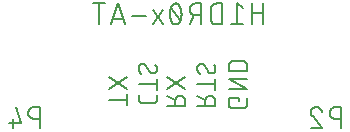
<source format=gbr>
G04 EAGLE Gerber RS-274X export*
G75*
%MOMM*%
%FSLAX34Y34*%
%LPD*%
%INSilkscreen Bottom*%
%IPPOS*%
%AMOC8*
5,1,8,0,0,1.08239X$1,22.5*%
G01*
%ADD10C,0.127000*%
%ADD11C,0.152400*%


D10*
X226159Y139059D02*
X226159Y141641D01*
X217551Y141641D01*
X217551Y136477D01*
X217553Y136362D01*
X217559Y136247D01*
X217568Y136132D01*
X217582Y136018D01*
X217599Y135904D01*
X217620Y135791D01*
X217645Y135679D01*
X217673Y135567D01*
X217706Y135457D01*
X217742Y135348D01*
X217781Y135240D01*
X217824Y135133D01*
X217871Y135028D01*
X217921Y134924D01*
X217975Y134822D01*
X218032Y134722D01*
X218092Y134624D01*
X218155Y134528D01*
X218222Y134435D01*
X218292Y134343D01*
X218365Y134254D01*
X218440Y134167D01*
X218519Y134083D01*
X218600Y134002D01*
X218684Y133923D01*
X218771Y133848D01*
X218860Y133775D01*
X218952Y133705D01*
X219045Y133638D01*
X219141Y133575D01*
X219239Y133515D01*
X219339Y133458D01*
X219441Y133404D01*
X219545Y133354D01*
X219650Y133307D01*
X219757Y133264D01*
X219865Y133225D01*
X219974Y133189D01*
X220084Y133156D01*
X220196Y133128D01*
X220308Y133103D01*
X220421Y133082D01*
X220535Y133065D01*
X220649Y133051D01*
X220764Y133042D01*
X220879Y133036D01*
X220994Y133034D01*
X229602Y133034D01*
X229717Y133036D01*
X229832Y133042D01*
X229947Y133051D01*
X230061Y133065D01*
X230175Y133082D01*
X230288Y133103D01*
X230400Y133128D01*
X230512Y133156D01*
X230622Y133189D01*
X230731Y133225D01*
X230839Y133264D01*
X230946Y133307D01*
X231051Y133354D01*
X231155Y133404D01*
X231257Y133458D01*
X231357Y133515D01*
X231455Y133575D01*
X231551Y133638D01*
X231644Y133705D01*
X231736Y133775D01*
X231825Y133848D01*
X231912Y133923D01*
X231996Y134002D01*
X232077Y134083D01*
X232155Y134167D01*
X232231Y134254D01*
X232304Y134343D01*
X232374Y134435D01*
X232441Y134528D01*
X232504Y134624D01*
X232564Y134722D01*
X232621Y134822D01*
X232675Y134924D01*
X232725Y135028D01*
X232772Y135133D01*
X232815Y135240D01*
X232854Y135348D01*
X232890Y135457D01*
X232923Y135567D01*
X232951Y135679D01*
X232976Y135791D01*
X232997Y135904D01*
X233014Y136018D01*
X233028Y136132D01*
X233037Y136247D01*
X233043Y136362D01*
X233045Y136477D01*
X233045Y141641D01*
X233045Y148890D02*
X217551Y148890D01*
X217551Y157498D02*
X233045Y148890D01*
X233045Y157498D02*
X217551Y157498D01*
X217551Y164747D02*
X233045Y164747D01*
X233045Y169051D01*
X233043Y169181D01*
X233037Y169311D01*
X233027Y169441D01*
X233014Y169570D01*
X232996Y169699D01*
X232975Y169827D01*
X232949Y169954D01*
X232920Y170081D01*
X232887Y170207D01*
X232850Y170331D01*
X232810Y170455D01*
X232765Y170577D01*
X232717Y170698D01*
X232666Y170817D01*
X232611Y170935D01*
X232552Y171051D01*
X232490Y171165D01*
X232424Y171278D01*
X232355Y171388D01*
X232283Y171496D01*
X232208Y171602D01*
X232129Y171705D01*
X232047Y171806D01*
X231963Y171905D01*
X231875Y172001D01*
X231784Y172094D01*
X231691Y172185D01*
X231595Y172273D01*
X231496Y172357D01*
X231395Y172439D01*
X231292Y172518D01*
X231186Y172593D01*
X231078Y172665D01*
X230968Y172734D01*
X230855Y172800D01*
X230741Y172862D01*
X230625Y172921D01*
X230507Y172976D01*
X230388Y173027D01*
X230267Y173075D01*
X230145Y173120D01*
X230021Y173160D01*
X229897Y173197D01*
X229771Y173230D01*
X229644Y173259D01*
X229517Y173285D01*
X229389Y173306D01*
X229260Y173324D01*
X229131Y173337D01*
X229001Y173347D01*
X228871Y173353D01*
X228741Y173355D01*
X221855Y173355D01*
X221725Y173353D01*
X221595Y173347D01*
X221465Y173337D01*
X221336Y173324D01*
X221207Y173306D01*
X221079Y173285D01*
X220952Y173259D01*
X220825Y173230D01*
X220699Y173197D01*
X220575Y173160D01*
X220451Y173120D01*
X220329Y173075D01*
X220208Y173027D01*
X220089Y172976D01*
X219971Y172921D01*
X219855Y172862D01*
X219741Y172800D01*
X219628Y172734D01*
X219518Y172665D01*
X219410Y172593D01*
X219304Y172518D01*
X219201Y172439D01*
X219100Y172357D01*
X219001Y172273D01*
X218905Y172185D01*
X218812Y172094D01*
X218721Y172001D01*
X218633Y171905D01*
X218549Y171806D01*
X218467Y171705D01*
X218388Y171602D01*
X218313Y171496D01*
X218241Y171388D01*
X218172Y171278D01*
X218106Y171165D01*
X218044Y171051D01*
X217985Y170935D01*
X217930Y170817D01*
X217879Y170698D01*
X217831Y170577D01*
X217786Y170455D01*
X217746Y170331D01*
X217709Y170207D01*
X217676Y170081D01*
X217647Y169954D01*
X217621Y169827D01*
X217600Y169699D01*
X217582Y169570D01*
X217569Y169441D01*
X217559Y169311D01*
X217553Y169181D01*
X217551Y169051D01*
X217551Y164747D01*
X206375Y135039D02*
X190881Y135039D01*
X206375Y135039D02*
X206375Y139343D01*
X206373Y139473D01*
X206367Y139603D01*
X206357Y139733D01*
X206344Y139862D01*
X206326Y139991D01*
X206305Y140119D01*
X206279Y140246D01*
X206250Y140373D01*
X206217Y140499D01*
X206180Y140623D01*
X206140Y140747D01*
X206095Y140869D01*
X206047Y140990D01*
X205996Y141109D01*
X205941Y141227D01*
X205882Y141343D01*
X205820Y141457D01*
X205754Y141570D01*
X205685Y141680D01*
X205613Y141788D01*
X205538Y141894D01*
X205459Y141997D01*
X205377Y142098D01*
X205293Y142197D01*
X205205Y142293D01*
X205114Y142386D01*
X205021Y142477D01*
X204925Y142565D01*
X204826Y142649D01*
X204725Y142731D01*
X204622Y142810D01*
X204516Y142885D01*
X204408Y142957D01*
X204298Y143026D01*
X204185Y143092D01*
X204071Y143154D01*
X203955Y143213D01*
X203837Y143268D01*
X203718Y143319D01*
X203597Y143367D01*
X203475Y143412D01*
X203351Y143452D01*
X203227Y143489D01*
X203101Y143522D01*
X202974Y143551D01*
X202847Y143577D01*
X202719Y143598D01*
X202590Y143616D01*
X202461Y143629D01*
X202331Y143639D01*
X202201Y143645D01*
X202071Y143647D01*
X201941Y143645D01*
X201811Y143639D01*
X201681Y143629D01*
X201552Y143616D01*
X201423Y143598D01*
X201295Y143577D01*
X201168Y143551D01*
X201041Y143522D01*
X200915Y143489D01*
X200791Y143452D01*
X200667Y143412D01*
X200545Y143367D01*
X200424Y143319D01*
X200305Y143268D01*
X200187Y143213D01*
X200071Y143154D01*
X199957Y143092D01*
X199844Y143026D01*
X199734Y142957D01*
X199626Y142885D01*
X199520Y142810D01*
X199417Y142731D01*
X199316Y142649D01*
X199217Y142565D01*
X199121Y142477D01*
X199028Y142386D01*
X198937Y142293D01*
X198849Y142197D01*
X198765Y142098D01*
X198683Y141997D01*
X198604Y141894D01*
X198529Y141788D01*
X198457Y141680D01*
X198388Y141570D01*
X198322Y141457D01*
X198260Y141343D01*
X198201Y141227D01*
X198146Y141109D01*
X198095Y140990D01*
X198047Y140869D01*
X198002Y140747D01*
X197962Y140623D01*
X197925Y140499D01*
X197892Y140373D01*
X197863Y140246D01*
X197837Y140119D01*
X197816Y139991D01*
X197798Y139862D01*
X197785Y139733D01*
X197775Y139603D01*
X197769Y139473D01*
X197767Y139343D01*
X197767Y135039D01*
X197767Y140203D02*
X190881Y143647D01*
X190881Y153132D02*
X206375Y153132D01*
X206375Y148828D02*
X206375Y157436D01*
X194324Y170815D02*
X194209Y170813D01*
X194094Y170807D01*
X193979Y170798D01*
X193865Y170784D01*
X193751Y170767D01*
X193638Y170746D01*
X193526Y170721D01*
X193414Y170693D01*
X193304Y170660D01*
X193195Y170624D01*
X193087Y170585D01*
X192980Y170542D01*
X192875Y170495D01*
X192771Y170445D01*
X192669Y170391D01*
X192569Y170334D01*
X192471Y170274D01*
X192375Y170211D01*
X192282Y170144D01*
X192190Y170074D01*
X192101Y170001D01*
X192014Y169926D01*
X191930Y169847D01*
X191849Y169766D01*
X191771Y169682D01*
X191695Y169595D01*
X191622Y169506D01*
X191552Y169414D01*
X191485Y169321D01*
X191422Y169225D01*
X191362Y169127D01*
X191305Y169027D01*
X191251Y168925D01*
X191201Y168821D01*
X191154Y168716D01*
X191111Y168609D01*
X191072Y168501D01*
X191036Y168392D01*
X191003Y168282D01*
X190975Y168170D01*
X190950Y168058D01*
X190929Y167945D01*
X190912Y167831D01*
X190898Y167717D01*
X190889Y167602D01*
X190883Y167487D01*
X190881Y167372D01*
X190883Y167198D01*
X190889Y167024D01*
X190900Y166850D01*
X190914Y166677D01*
X190933Y166504D01*
X190956Y166332D01*
X190983Y166160D01*
X191014Y165988D01*
X191049Y165818D01*
X191088Y165648D01*
X191131Y165480D01*
X191179Y165312D01*
X191230Y165146D01*
X191285Y164981D01*
X191344Y164817D01*
X191407Y164655D01*
X191474Y164495D01*
X191545Y164336D01*
X191620Y164178D01*
X191698Y164023D01*
X191780Y163869D01*
X191866Y163718D01*
X191955Y163569D01*
X192048Y163421D01*
X192144Y163276D01*
X192244Y163134D01*
X192347Y162994D01*
X192453Y162856D01*
X192563Y162721D01*
X192676Y162588D01*
X192792Y162459D01*
X192911Y162332D01*
X193033Y162208D01*
X202932Y162638D02*
X203047Y162640D01*
X203162Y162646D01*
X203277Y162655D01*
X203391Y162669D01*
X203505Y162686D01*
X203618Y162707D01*
X203730Y162732D01*
X203842Y162760D01*
X203952Y162793D01*
X204061Y162829D01*
X204169Y162868D01*
X204276Y162911D01*
X204381Y162958D01*
X204485Y163008D01*
X204587Y163062D01*
X204687Y163119D01*
X204785Y163179D01*
X204881Y163242D01*
X204974Y163309D01*
X205066Y163379D01*
X205155Y163452D01*
X205242Y163527D01*
X205326Y163606D01*
X205407Y163687D01*
X205486Y163771D01*
X205561Y163858D01*
X205634Y163947D01*
X205704Y164039D01*
X205771Y164132D01*
X205834Y164228D01*
X205894Y164326D01*
X205951Y164426D01*
X206005Y164528D01*
X206055Y164632D01*
X206102Y164737D01*
X206145Y164844D01*
X206184Y164952D01*
X206220Y165061D01*
X206253Y165171D01*
X206281Y165283D01*
X206306Y165395D01*
X206327Y165508D01*
X206344Y165622D01*
X206358Y165736D01*
X206367Y165851D01*
X206373Y165966D01*
X206375Y166081D01*
X206373Y166241D01*
X206367Y166400D01*
X206357Y166560D01*
X206343Y166719D01*
X206326Y166878D01*
X206304Y167036D01*
X206278Y167194D01*
X206249Y167351D01*
X206215Y167507D01*
X206178Y167663D01*
X206137Y167817D01*
X206092Y167970D01*
X206044Y168123D01*
X205991Y168274D01*
X205935Y168423D01*
X205875Y168571D01*
X205812Y168718D01*
X205745Y168863D01*
X205674Y169006D01*
X205600Y169148D01*
X205522Y169288D01*
X205441Y169425D01*
X205357Y169561D01*
X205269Y169694D01*
X205178Y169826D01*
X205084Y169955D01*
X199919Y164360D02*
X199980Y164260D01*
X200045Y164162D01*
X200112Y164066D01*
X200183Y163973D01*
X200257Y163882D01*
X200334Y163794D01*
X200414Y163708D01*
X200497Y163625D01*
X200582Y163545D01*
X200670Y163468D01*
X200761Y163394D01*
X200854Y163323D01*
X200949Y163254D01*
X201047Y163190D01*
X201146Y163128D01*
X201248Y163070D01*
X201352Y163015D01*
X201457Y162964D01*
X201564Y162917D01*
X201673Y162873D01*
X201783Y162832D01*
X201894Y162796D01*
X202006Y162763D01*
X202120Y162734D01*
X202234Y162708D01*
X202349Y162687D01*
X202465Y162669D01*
X202581Y162656D01*
X202698Y162646D01*
X202815Y162640D01*
X202932Y162638D01*
X197337Y169093D02*
X197276Y169193D01*
X197211Y169291D01*
X197144Y169387D01*
X197073Y169480D01*
X196999Y169571D01*
X196922Y169659D01*
X196842Y169745D01*
X196759Y169828D01*
X196674Y169908D01*
X196586Y169985D01*
X196495Y170059D01*
X196402Y170130D01*
X196307Y170199D01*
X196209Y170263D01*
X196110Y170325D01*
X196008Y170383D01*
X195904Y170438D01*
X195799Y170489D01*
X195692Y170536D01*
X195583Y170580D01*
X195473Y170621D01*
X195362Y170657D01*
X195250Y170690D01*
X195136Y170719D01*
X195022Y170745D01*
X194907Y170766D01*
X194791Y170784D01*
X194675Y170797D01*
X194558Y170807D01*
X194441Y170813D01*
X194324Y170815D01*
X197337Y169093D02*
X199919Y164359D01*
X180975Y135136D02*
X165481Y135136D01*
X180975Y135136D02*
X180975Y139440D01*
X180973Y139570D01*
X180967Y139700D01*
X180957Y139830D01*
X180944Y139959D01*
X180926Y140088D01*
X180905Y140216D01*
X180879Y140343D01*
X180850Y140470D01*
X180817Y140596D01*
X180780Y140720D01*
X180740Y140844D01*
X180695Y140966D01*
X180647Y141087D01*
X180596Y141206D01*
X180541Y141324D01*
X180482Y141440D01*
X180420Y141554D01*
X180354Y141667D01*
X180285Y141777D01*
X180213Y141885D01*
X180138Y141991D01*
X180059Y142094D01*
X179977Y142195D01*
X179893Y142294D01*
X179805Y142390D01*
X179714Y142483D01*
X179621Y142574D01*
X179525Y142662D01*
X179426Y142746D01*
X179325Y142828D01*
X179222Y142907D01*
X179116Y142982D01*
X179008Y143054D01*
X178898Y143123D01*
X178785Y143189D01*
X178671Y143251D01*
X178555Y143310D01*
X178437Y143365D01*
X178318Y143416D01*
X178197Y143464D01*
X178075Y143509D01*
X177951Y143549D01*
X177827Y143586D01*
X177701Y143619D01*
X177574Y143648D01*
X177447Y143674D01*
X177319Y143695D01*
X177190Y143713D01*
X177061Y143726D01*
X176931Y143736D01*
X176801Y143742D01*
X176671Y143744D01*
X176541Y143742D01*
X176411Y143736D01*
X176281Y143726D01*
X176152Y143713D01*
X176023Y143695D01*
X175895Y143674D01*
X175768Y143648D01*
X175641Y143619D01*
X175515Y143586D01*
X175391Y143549D01*
X175267Y143509D01*
X175145Y143464D01*
X175024Y143416D01*
X174905Y143365D01*
X174787Y143310D01*
X174671Y143251D01*
X174557Y143189D01*
X174444Y143123D01*
X174334Y143054D01*
X174226Y142982D01*
X174120Y142907D01*
X174017Y142828D01*
X173916Y142746D01*
X173817Y142662D01*
X173721Y142574D01*
X173628Y142483D01*
X173537Y142390D01*
X173449Y142294D01*
X173365Y142195D01*
X173283Y142094D01*
X173204Y141991D01*
X173129Y141885D01*
X173057Y141777D01*
X172988Y141667D01*
X172922Y141554D01*
X172860Y141440D01*
X172801Y141324D01*
X172746Y141206D01*
X172695Y141087D01*
X172647Y140966D01*
X172602Y140844D01*
X172562Y140720D01*
X172525Y140596D01*
X172492Y140470D01*
X172463Y140343D01*
X172437Y140216D01*
X172416Y140088D01*
X172398Y139959D01*
X172385Y139830D01*
X172375Y139700D01*
X172369Y139570D01*
X172367Y139440D01*
X172367Y135136D01*
X172367Y140301D02*
X165481Y143744D01*
X165481Y149056D02*
X180975Y159385D01*
X180975Y149056D02*
X165481Y159385D01*
X141351Y144280D02*
X141351Y140837D01*
X141353Y140722D01*
X141359Y140607D01*
X141368Y140492D01*
X141382Y140378D01*
X141399Y140264D01*
X141420Y140151D01*
X141445Y140039D01*
X141473Y139927D01*
X141506Y139817D01*
X141542Y139708D01*
X141581Y139600D01*
X141624Y139493D01*
X141671Y139388D01*
X141721Y139284D01*
X141775Y139182D01*
X141832Y139082D01*
X141892Y138984D01*
X141955Y138888D01*
X142022Y138795D01*
X142092Y138703D01*
X142165Y138614D01*
X142240Y138527D01*
X142319Y138443D01*
X142400Y138362D01*
X142484Y138283D01*
X142571Y138208D01*
X142660Y138135D01*
X142752Y138065D01*
X142845Y137998D01*
X142941Y137935D01*
X143039Y137875D01*
X143139Y137818D01*
X143241Y137764D01*
X143345Y137714D01*
X143450Y137667D01*
X143557Y137624D01*
X143665Y137585D01*
X143774Y137549D01*
X143884Y137516D01*
X143996Y137488D01*
X144108Y137463D01*
X144221Y137442D01*
X144335Y137425D01*
X144449Y137411D01*
X144564Y137402D01*
X144679Y137396D01*
X144794Y137394D01*
X144794Y137393D02*
X153402Y137393D01*
X153402Y137394D02*
X153517Y137396D01*
X153632Y137402D01*
X153747Y137411D01*
X153861Y137425D01*
X153975Y137442D01*
X154088Y137463D01*
X154200Y137488D01*
X154312Y137516D01*
X154422Y137549D01*
X154531Y137585D01*
X154639Y137624D01*
X154746Y137667D01*
X154851Y137714D01*
X154955Y137764D01*
X155057Y137818D01*
X155157Y137875D01*
X155255Y137935D01*
X155351Y137998D01*
X155444Y138065D01*
X155536Y138135D01*
X155625Y138208D01*
X155712Y138283D01*
X155796Y138362D01*
X155877Y138443D01*
X155955Y138527D01*
X156031Y138614D01*
X156104Y138703D01*
X156174Y138795D01*
X156241Y138888D01*
X156304Y138984D01*
X156364Y139082D01*
X156421Y139182D01*
X156475Y139284D01*
X156525Y139388D01*
X156572Y139493D01*
X156615Y139600D01*
X156654Y139708D01*
X156690Y139817D01*
X156723Y139927D01*
X156751Y140039D01*
X156776Y140151D01*
X156797Y140264D01*
X156814Y140378D01*
X156828Y140492D01*
X156837Y140607D01*
X156843Y140722D01*
X156845Y140837D01*
X156845Y144280D01*
X156845Y153132D02*
X141351Y153132D01*
X156845Y148828D02*
X156845Y157436D01*
X144794Y170815D02*
X144679Y170813D01*
X144564Y170807D01*
X144449Y170798D01*
X144335Y170784D01*
X144221Y170767D01*
X144108Y170746D01*
X143996Y170721D01*
X143884Y170693D01*
X143774Y170660D01*
X143665Y170624D01*
X143557Y170585D01*
X143450Y170542D01*
X143345Y170495D01*
X143241Y170445D01*
X143139Y170391D01*
X143039Y170334D01*
X142941Y170274D01*
X142845Y170211D01*
X142752Y170144D01*
X142660Y170074D01*
X142571Y170001D01*
X142484Y169926D01*
X142400Y169847D01*
X142319Y169766D01*
X142241Y169682D01*
X142165Y169595D01*
X142092Y169506D01*
X142022Y169414D01*
X141955Y169321D01*
X141892Y169225D01*
X141832Y169127D01*
X141775Y169027D01*
X141721Y168925D01*
X141671Y168821D01*
X141624Y168716D01*
X141581Y168609D01*
X141542Y168501D01*
X141506Y168392D01*
X141473Y168282D01*
X141445Y168170D01*
X141420Y168058D01*
X141399Y167945D01*
X141382Y167831D01*
X141368Y167717D01*
X141359Y167602D01*
X141353Y167487D01*
X141351Y167372D01*
X141353Y167198D01*
X141359Y167024D01*
X141370Y166850D01*
X141384Y166677D01*
X141403Y166504D01*
X141426Y166332D01*
X141453Y166160D01*
X141484Y165988D01*
X141519Y165818D01*
X141558Y165648D01*
X141601Y165480D01*
X141649Y165312D01*
X141700Y165146D01*
X141755Y164981D01*
X141814Y164817D01*
X141877Y164655D01*
X141944Y164495D01*
X142015Y164336D01*
X142090Y164178D01*
X142168Y164023D01*
X142250Y163869D01*
X142336Y163718D01*
X142425Y163569D01*
X142518Y163421D01*
X142614Y163276D01*
X142714Y163134D01*
X142817Y162994D01*
X142923Y162856D01*
X143033Y162721D01*
X143146Y162588D01*
X143262Y162459D01*
X143381Y162332D01*
X143503Y162208D01*
X153402Y162638D02*
X153517Y162640D01*
X153632Y162646D01*
X153747Y162655D01*
X153861Y162669D01*
X153975Y162686D01*
X154088Y162707D01*
X154200Y162732D01*
X154312Y162760D01*
X154422Y162793D01*
X154531Y162829D01*
X154639Y162868D01*
X154746Y162911D01*
X154851Y162958D01*
X154955Y163008D01*
X155057Y163062D01*
X155157Y163119D01*
X155255Y163179D01*
X155351Y163242D01*
X155444Y163309D01*
X155536Y163379D01*
X155625Y163452D01*
X155712Y163527D01*
X155796Y163606D01*
X155877Y163687D01*
X155956Y163771D01*
X156031Y163858D01*
X156104Y163947D01*
X156174Y164039D01*
X156241Y164132D01*
X156304Y164228D01*
X156364Y164326D01*
X156421Y164426D01*
X156475Y164528D01*
X156525Y164632D01*
X156572Y164737D01*
X156615Y164844D01*
X156654Y164952D01*
X156690Y165061D01*
X156723Y165171D01*
X156751Y165283D01*
X156776Y165395D01*
X156797Y165508D01*
X156814Y165622D01*
X156828Y165736D01*
X156837Y165851D01*
X156843Y165966D01*
X156845Y166081D01*
X156843Y166241D01*
X156837Y166400D01*
X156827Y166560D01*
X156813Y166719D01*
X156796Y166878D01*
X156774Y167036D01*
X156748Y167194D01*
X156719Y167351D01*
X156685Y167507D01*
X156648Y167663D01*
X156607Y167817D01*
X156562Y167970D01*
X156514Y168123D01*
X156461Y168274D01*
X156405Y168423D01*
X156345Y168571D01*
X156282Y168718D01*
X156215Y168863D01*
X156144Y169006D01*
X156070Y169148D01*
X155992Y169288D01*
X155911Y169425D01*
X155827Y169561D01*
X155739Y169694D01*
X155648Y169826D01*
X155554Y169955D01*
X150389Y164360D02*
X150450Y164260D01*
X150515Y164162D01*
X150582Y164066D01*
X150653Y163973D01*
X150727Y163882D01*
X150804Y163794D01*
X150884Y163708D01*
X150967Y163625D01*
X151052Y163545D01*
X151140Y163468D01*
X151231Y163394D01*
X151324Y163323D01*
X151419Y163254D01*
X151517Y163190D01*
X151616Y163128D01*
X151718Y163070D01*
X151822Y163015D01*
X151927Y162964D01*
X152034Y162917D01*
X152143Y162873D01*
X152253Y162832D01*
X152364Y162796D01*
X152476Y162763D01*
X152590Y162734D01*
X152704Y162708D01*
X152819Y162687D01*
X152935Y162669D01*
X153051Y162656D01*
X153168Y162646D01*
X153285Y162640D01*
X153402Y162638D01*
X147807Y169093D02*
X147746Y169193D01*
X147681Y169291D01*
X147614Y169387D01*
X147543Y169480D01*
X147469Y169571D01*
X147392Y169659D01*
X147312Y169745D01*
X147229Y169828D01*
X147144Y169908D01*
X147056Y169985D01*
X146965Y170059D01*
X146872Y170130D01*
X146777Y170199D01*
X146679Y170263D01*
X146580Y170325D01*
X146478Y170383D01*
X146374Y170438D01*
X146269Y170489D01*
X146162Y170536D01*
X146053Y170580D01*
X145943Y170621D01*
X145832Y170657D01*
X145720Y170690D01*
X145606Y170719D01*
X145492Y170745D01*
X145377Y170766D01*
X145261Y170784D01*
X145145Y170797D01*
X145028Y170807D01*
X144911Y170813D01*
X144794Y170815D01*
X147807Y169093D02*
X150389Y164359D01*
D11*
X246888Y203962D02*
X246888Y221742D01*
X246888Y213840D02*
X237010Y213840D01*
X237010Y221742D02*
X237010Y203962D01*
X229579Y217791D02*
X224640Y221742D01*
X224640Y203962D01*
X229579Y203962D02*
X219701Y203962D01*
X212270Y203962D02*
X212270Y221742D01*
X207332Y221742D01*
X207193Y221740D01*
X207055Y221734D01*
X206917Y221725D01*
X206779Y221711D01*
X206642Y221694D01*
X206505Y221672D01*
X206368Y221647D01*
X206233Y221618D01*
X206098Y221585D01*
X205965Y221549D01*
X205832Y221509D01*
X205701Y221465D01*
X205571Y221417D01*
X205442Y221366D01*
X205315Y221311D01*
X205189Y221253D01*
X205065Y221191D01*
X204943Y221126D01*
X204823Y221057D01*
X204704Y220985D01*
X204588Y220910D01*
X204474Y220831D01*
X204362Y220749D01*
X204253Y220664D01*
X204145Y220577D01*
X204041Y220486D01*
X203939Y220392D01*
X203840Y220295D01*
X203743Y220196D01*
X203649Y220094D01*
X203558Y219990D01*
X203471Y219882D01*
X203386Y219773D01*
X203304Y219661D01*
X203225Y219547D01*
X203150Y219431D01*
X203078Y219312D01*
X203009Y219192D01*
X202944Y219070D01*
X202882Y218946D01*
X202824Y218820D01*
X202769Y218693D01*
X202718Y218564D01*
X202670Y218434D01*
X202626Y218303D01*
X202586Y218170D01*
X202550Y218037D01*
X202517Y217902D01*
X202488Y217767D01*
X202463Y217630D01*
X202441Y217493D01*
X202424Y217356D01*
X202410Y217218D01*
X202401Y217080D01*
X202395Y216942D01*
X202393Y216803D01*
X202393Y208901D01*
X202395Y208762D01*
X202401Y208624D01*
X202410Y208486D01*
X202424Y208348D01*
X202441Y208211D01*
X202463Y208074D01*
X202488Y207937D01*
X202517Y207802D01*
X202550Y207667D01*
X202586Y207534D01*
X202626Y207401D01*
X202670Y207270D01*
X202718Y207140D01*
X202769Y207011D01*
X202824Y206884D01*
X202882Y206758D01*
X202944Y206634D01*
X203009Y206512D01*
X203078Y206392D01*
X203150Y206273D01*
X203225Y206157D01*
X203304Y206043D01*
X203386Y205931D01*
X203471Y205822D01*
X203558Y205714D01*
X203649Y205610D01*
X203743Y205508D01*
X203840Y205409D01*
X203939Y205312D01*
X204041Y205218D01*
X204145Y205127D01*
X204253Y205040D01*
X204362Y204955D01*
X204474Y204873D01*
X204588Y204794D01*
X204704Y204719D01*
X204823Y204647D01*
X204943Y204578D01*
X205065Y204513D01*
X205189Y204451D01*
X205315Y204393D01*
X205442Y204338D01*
X205571Y204287D01*
X205701Y204239D01*
X205832Y204195D01*
X205965Y204155D01*
X206098Y204119D01*
X206233Y204086D01*
X206368Y204057D01*
X206505Y204032D01*
X206642Y204010D01*
X206779Y203993D01*
X206917Y203979D01*
X207055Y203970D01*
X207193Y203964D01*
X207332Y203962D01*
X212270Y203962D01*
X194318Y203962D02*
X194318Y221742D01*
X189379Y221742D01*
X189239Y221740D01*
X189100Y221734D01*
X188960Y221724D01*
X188821Y221710D01*
X188682Y221693D01*
X188544Y221671D01*
X188407Y221645D01*
X188270Y221616D01*
X188134Y221583D01*
X188000Y221546D01*
X187866Y221505D01*
X187734Y221460D01*
X187602Y221411D01*
X187473Y221359D01*
X187345Y221304D01*
X187218Y221244D01*
X187093Y221181D01*
X186970Y221115D01*
X186849Y221045D01*
X186730Y220972D01*
X186613Y220895D01*
X186499Y220815D01*
X186386Y220732D01*
X186276Y220646D01*
X186169Y220556D01*
X186064Y220464D01*
X185962Y220369D01*
X185862Y220271D01*
X185765Y220170D01*
X185671Y220066D01*
X185581Y219960D01*
X185493Y219851D01*
X185408Y219740D01*
X185327Y219626D01*
X185248Y219511D01*
X185173Y219393D01*
X185102Y219273D01*
X185034Y219150D01*
X184969Y219027D01*
X184908Y218901D01*
X184850Y218773D01*
X184796Y218645D01*
X184746Y218514D01*
X184699Y218382D01*
X184656Y218249D01*
X184617Y218115D01*
X184582Y217980D01*
X184551Y217844D01*
X184523Y217706D01*
X184500Y217569D01*
X184480Y217430D01*
X184464Y217291D01*
X184452Y217152D01*
X184444Y217013D01*
X184440Y216873D01*
X184440Y216733D01*
X184444Y216593D01*
X184452Y216454D01*
X184464Y216315D01*
X184480Y216176D01*
X184500Y216037D01*
X184523Y215900D01*
X184551Y215762D01*
X184582Y215626D01*
X184617Y215491D01*
X184656Y215357D01*
X184699Y215224D01*
X184746Y215092D01*
X184796Y214961D01*
X184850Y214833D01*
X184908Y214705D01*
X184969Y214579D01*
X185034Y214456D01*
X185102Y214333D01*
X185173Y214213D01*
X185248Y214095D01*
X185327Y213980D01*
X185408Y213866D01*
X185493Y213755D01*
X185581Y213646D01*
X185671Y213540D01*
X185765Y213436D01*
X185862Y213335D01*
X185962Y213237D01*
X186064Y213142D01*
X186169Y213050D01*
X186276Y212960D01*
X186386Y212874D01*
X186499Y212791D01*
X186613Y212711D01*
X186730Y212634D01*
X186849Y212561D01*
X186970Y212491D01*
X187093Y212425D01*
X187218Y212362D01*
X187345Y212302D01*
X187473Y212247D01*
X187602Y212195D01*
X187734Y212146D01*
X187866Y212101D01*
X188000Y212060D01*
X188134Y212023D01*
X188270Y211990D01*
X188407Y211961D01*
X188544Y211935D01*
X188682Y211913D01*
X188821Y211896D01*
X188960Y211882D01*
X189100Y211872D01*
X189239Y211866D01*
X189379Y211864D01*
X194318Y211864D01*
X188391Y211864D02*
X184440Y203962D01*
X177653Y212852D02*
X177649Y213202D01*
X177636Y213551D01*
X177615Y213900D01*
X177586Y214249D01*
X177549Y214597D01*
X177503Y214944D01*
X177449Y215289D01*
X177387Y215633D01*
X177316Y215976D01*
X177237Y216317D01*
X177151Y216656D01*
X177056Y216992D01*
X176953Y217327D01*
X176842Y217658D01*
X176724Y217988D01*
X176597Y218314D01*
X176463Y218637D01*
X176321Y218956D01*
X176171Y219273D01*
X176171Y219272D02*
X176131Y219385D01*
X176087Y219495D01*
X176039Y219605D01*
X175988Y219712D01*
X175933Y219818D01*
X175875Y219923D01*
X175813Y220025D01*
X175748Y220125D01*
X175680Y220223D01*
X175609Y220319D01*
X175534Y220412D01*
X175457Y220503D01*
X175377Y220591D01*
X175294Y220676D01*
X175208Y220759D01*
X175119Y220839D01*
X175028Y220916D01*
X174934Y220990D01*
X174838Y221061D01*
X174740Y221129D01*
X174640Y221193D01*
X174537Y221255D01*
X174433Y221312D01*
X174327Y221367D01*
X174219Y221418D01*
X174109Y221465D01*
X173998Y221509D01*
X173886Y221549D01*
X173772Y221585D01*
X173658Y221618D01*
X173542Y221647D01*
X173425Y221672D01*
X173308Y221693D01*
X173190Y221711D01*
X173071Y221724D01*
X172952Y221734D01*
X172833Y221740D01*
X172714Y221742D01*
X172595Y221740D01*
X172476Y221734D01*
X172357Y221724D01*
X172238Y221711D01*
X172120Y221693D01*
X172003Y221672D01*
X171886Y221647D01*
X171770Y221618D01*
X171656Y221585D01*
X171542Y221549D01*
X171430Y221509D01*
X171319Y221465D01*
X171209Y221418D01*
X171101Y221367D01*
X170995Y221312D01*
X170891Y221255D01*
X170788Y221193D01*
X170688Y221129D01*
X170590Y221061D01*
X170494Y220990D01*
X170400Y220916D01*
X170309Y220839D01*
X170220Y220759D01*
X170135Y220676D01*
X170051Y220591D01*
X169971Y220503D01*
X169894Y220412D01*
X169819Y220319D01*
X169748Y220223D01*
X169680Y220125D01*
X169615Y220025D01*
X169553Y219923D01*
X169495Y219818D01*
X169440Y219713D01*
X169389Y219605D01*
X169341Y219495D01*
X169297Y219385D01*
X169257Y219272D01*
X169257Y219273D02*
X169107Y218956D01*
X168965Y218637D01*
X168831Y218314D01*
X168704Y217988D01*
X168586Y217658D01*
X168475Y217327D01*
X168372Y216992D01*
X168277Y216656D01*
X168191Y216317D01*
X168112Y215976D01*
X168041Y215633D01*
X167979Y215289D01*
X167925Y214944D01*
X167879Y214597D01*
X167842Y214249D01*
X167813Y213900D01*
X167792Y213551D01*
X167779Y213202D01*
X167775Y212852D01*
X177653Y212852D02*
X177649Y212502D01*
X177636Y212153D01*
X177615Y211804D01*
X177586Y211455D01*
X177549Y211107D01*
X177503Y210760D01*
X177449Y210415D01*
X177387Y210071D01*
X177316Y209728D01*
X177237Y209387D01*
X177151Y209048D01*
X177056Y208712D01*
X176953Y208377D01*
X176842Y208046D01*
X176724Y207717D01*
X176597Y207390D01*
X176463Y207067D01*
X176321Y206748D01*
X176171Y206432D01*
X176131Y206319D01*
X176087Y206209D01*
X176039Y206099D01*
X175988Y205992D01*
X175933Y205886D01*
X175875Y205781D01*
X175813Y205679D01*
X175748Y205579D01*
X175680Y205481D01*
X175609Y205385D01*
X175534Y205292D01*
X175457Y205201D01*
X175377Y205113D01*
X175294Y205028D01*
X175208Y204945D01*
X175119Y204865D01*
X175028Y204788D01*
X174934Y204714D01*
X174838Y204643D01*
X174740Y204575D01*
X174640Y204511D01*
X174537Y204449D01*
X174433Y204392D01*
X174327Y204337D01*
X174219Y204286D01*
X174109Y204239D01*
X173998Y204195D01*
X173886Y204155D01*
X173772Y204119D01*
X173658Y204086D01*
X173542Y204057D01*
X173425Y204032D01*
X173308Y204011D01*
X173190Y203993D01*
X173071Y203980D01*
X172952Y203970D01*
X172833Y203964D01*
X172714Y203962D01*
X169257Y206432D02*
X169107Y206748D01*
X168965Y207067D01*
X168831Y207390D01*
X168704Y207717D01*
X168586Y208046D01*
X168475Y208377D01*
X168372Y208712D01*
X168277Y209048D01*
X168191Y209387D01*
X168112Y209728D01*
X168041Y210071D01*
X167979Y210415D01*
X167925Y210760D01*
X167879Y211107D01*
X167842Y211455D01*
X167813Y211804D01*
X167792Y212153D01*
X167779Y212502D01*
X167775Y212852D01*
X169257Y206432D02*
X169297Y206319D01*
X169341Y206209D01*
X169389Y206099D01*
X169440Y205991D01*
X169495Y205885D01*
X169553Y205781D01*
X169615Y205679D01*
X169680Y205579D01*
X169748Y205481D01*
X169819Y205385D01*
X169894Y205292D01*
X169971Y205201D01*
X170051Y205113D01*
X170135Y205028D01*
X170220Y204945D01*
X170309Y204865D01*
X170400Y204788D01*
X170494Y204714D01*
X170590Y204643D01*
X170688Y204575D01*
X170788Y204511D01*
X170891Y204449D01*
X170995Y204391D01*
X171101Y204337D01*
X171209Y204286D01*
X171319Y204239D01*
X171430Y204195D01*
X171542Y204155D01*
X171656Y204119D01*
X171770Y204086D01*
X171886Y204057D01*
X172003Y204032D01*
X172120Y204011D01*
X172238Y203993D01*
X172357Y203980D01*
X172476Y203970D01*
X172595Y203964D01*
X172714Y203962D01*
X176665Y207913D02*
X168763Y217791D01*
X153688Y215815D02*
X161590Y203962D01*
X153688Y203962D02*
X161590Y215815D01*
X147373Y210876D02*
X135520Y210876D01*
X129506Y203962D02*
X123579Y221742D01*
X117653Y203962D01*
X119134Y208407D02*
X128024Y208407D01*
X107946Y203962D02*
X107946Y221742D01*
X112885Y221742D02*
X103007Y221742D01*
D10*
X115951Y140346D02*
X131445Y140346D01*
X131445Y144649D02*
X131445Y136042D01*
X115951Y149056D02*
X131445Y159385D01*
X131445Y149056D02*
X115951Y159385D01*
D11*
X312928Y134112D02*
X312928Y116332D01*
X312928Y134112D02*
X307989Y134112D01*
X307849Y134110D01*
X307710Y134104D01*
X307570Y134094D01*
X307431Y134080D01*
X307292Y134063D01*
X307154Y134041D01*
X307017Y134015D01*
X306880Y133986D01*
X306744Y133953D01*
X306610Y133916D01*
X306476Y133875D01*
X306344Y133830D01*
X306212Y133781D01*
X306083Y133729D01*
X305955Y133674D01*
X305828Y133614D01*
X305703Y133551D01*
X305580Y133485D01*
X305459Y133415D01*
X305340Y133342D01*
X305223Y133265D01*
X305109Y133185D01*
X304996Y133102D01*
X304886Y133016D01*
X304779Y132926D01*
X304674Y132834D01*
X304572Y132739D01*
X304472Y132641D01*
X304375Y132540D01*
X304281Y132436D01*
X304191Y132330D01*
X304103Y132221D01*
X304018Y132110D01*
X303937Y131996D01*
X303858Y131881D01*
X303783Y131763D01*
X303712Y131643D01*
X303644Y131520D01*
X303579Y131397D01*
X303518Y131271D01*
X303460Y131143D01*
X303406Y131015D01*
X303356Y130884D01*
X303309Y130752D01*
X303266Y130619D01*
X303227Y130485D01*
X303192Y130350D01*
X303161Y130214D01*
X303133Y130076D01*
X303110Y129939D01*
X303090Y129800D01*
X303074Y129661D01*
X303062Y129522D01*
X303054Y129383D01*
X303050Y129243D01*
X303050Y129103D01*
X303054Y128963D01*
X303062Y128824D01*
X303074Y128685D01*
X303090Y128546D01*
X303110Y128407D01*
X303133Y128270D01*
X303161Y128132D01*
X303192Y127996D01*
X303227Y127861D01*
X303266Y127727D01*
X303309Y127594D01*
X303356Y127462D01*
X303406Y127331D01*
X303460Y127203D01*
X303518Y127075D01*
X303579Y126949D01*
X303644Y126826D01*
X303712Y126703D01*
X303783Y126583D01*
X303858Y126465D01*
X303937Y126350D01*
X304018Y126236D01*
X304103Y126125D01*
X304191Y126016D01*
X304281Y125910D01*
X304375Y125806D01*
X304472Y125705D01*
X304572Y125607D01*
X304674Y125512D01*
X304779Y125420D01*
X304886Y125330D01*
X304996Y125244D01*
X305109Y125161D01*
X305223Y125081D01*
X305340Y125004D01*
X305459Y124931D01*
X305580Y124861D01*
X305703Y124795D01*
X305828Y124732D01*
X305955Y124672D01*
X306083Y124617D01*
X306212Y124565D01*
X306344Y124516D01*
X306476Y124471D01*
X306610Y124430D01*
X306744Y124393D01*
X306880Y124360D01*
X307017Y124331D01*
X307154Y124305D01*
X307292Y124283D01*
X307431Y124266D01*
X307570Y124252D01*
X307710Y124242D01*
X307849Y124236D01*
X307989Y124234D01*
X312928Y124234D01*
X291500Y134112D02*
X291368Y134110D01*
X291237Y134104D01*
X291105Y134094D01*
X290974Y134081D01*
X290844Y134063D01*
X290714Y134042D01*
X290584Y134017D01*
X290456Y133988D01*
X290328Y133955D01*
X290202Y133918D01*
X290076Y133878D01*
X289952Y133834D01*
X289829Y133786D01*
X289708Y133735D01*
X289588Y133680D01*
X289470Y133622D01*
X289354Y133560D01*
X289240Y133494D01*
X289127Y133426D01*
X289017Y133354D01*
X288909Y133279D01*
X288803Y133200D01*
X288699Y133119D01*
X288598Y133034D01*
X288500Y132947D01*
X288404Y132856D01*
X288311Y132763D01*
X288220Y132667D01*
X288133Y132569D01*
X288048Y132468D01*
X287967Y132364D01*
X287888Y132258D01*
X287813Y132150D01*
X287741Y132040D01*
X287673Y131927D01*
X287607Y131813D01*
X287545Y131697D01*
X287487Y131579D01*
X287432Y131459D01*
X287381Y131338D01*
X287333Y131215D01*
X287289Y131091D01*
X287249Y130965D01*
X287212Y130839D01*
X287179Y130711D01*
X287150Y130583D01*
X287125Y130453D01*
X287104Y130323D01*
X287086Y130193D01*
X287073Y130062D01*
X287063Y129930D01*
X287057Y129799D01*
X287055Y129667D01*
X291500Y134112D02*
X291650Y134110D01*
X291799Y134104D01*
X291948Y134094D01*
X292097Y134081D01*
X292246Y134063D01*
X292394Y134042D01*
X292542Y134016D01*
X292688Y133987D01*
X292834Y133954D01*
X292979Y133917D01*
X293123Y133876D01*
X293266Y133832D01*
X293408Y133784D01*
X293548Y133732D01*
X293687Y133677D01*
X293825Y133618D01*
X293960Y133555D01*
X294095Y133489D01*
X294227Y133419D01*
X294357Y133346D01*
X294486Y133269D01*
X294613Y133189D01*
X294737Y133106D01*
X294859Y133020D01*
X294979Y132930D01*
X295096Y132837D01*
X295211Y132742D01*
X295324Y132643D01*
X295434Y132541D01*
X295541Y132437D01*
X295645Y132330D01*
X295747Y132220D01*
X295845Y132107D01*
X295941Y131992D01*
X296033Y131874D01*
X296123Y131754D01*
X296209Y131632D01*
X296292Y131508D01*
X296372Y131381D01*
X296448Y131253D01*
X296521Y131122D01*
X296591Y130989D01*
X296657Y130855D01*
X296719Y130719D01*
X296778Y130582D01*
X296834Y130443D01*
X296885Y130302D01*
X296933Y130161D01*
X288538Y126210D02*
X288442Y126303D01*
X288350Y126399D01*
X288260Y126498D01*
X288173Y126599D01*
X288089Y126702D01*
X288007Y126807D01*
X287929Y126915D01*
X287854Y127025D01*
X287781Y127137D01*
X287712Y127251D01*
X287646Y127367D01*
X287584Y127485D01*
X287525Y127604D01*
X287469Y127725D01*
X287416Y127848D01*
X287367Y127972D01*
X287322Y128097D01*
X287279Y128224D01*
X287241Y128351D01*
X287206Y128480D01*
X287175Y128609D01*
X287147Y128740D01*
X287123Y128871D01*
X287102Y129003D01*
X287086Y129135D01*
X287073Y129268D01*
X287063Y129401D01*
X287058Y129534D01*
X287056Y129667D01*
X288537Y126210D02*
X296933Y116332D01*
X287055Y116332D01*
X57658Y116332D02*
X57658Y134112D01*
X52719Y134112D01*
X52579Y134110D01*
X52440Y134104D01*
X52300Y134094D01*
X52161Y134080D01*
X52022Y134063D01*
X51884Y134041D01*
X51747Y134015D01*
X51610Y133986D01*
X51474Y133953D01*
X51340Y133916D01*
X51206Y133875D01*
X51074Y133830D01*
X50942Y133781D01*
X50813Y133729D01*
X50685Y133674D01*
X50558Y133614D01*
X50433Y133551D01*
X50310Y133485D01*
X50189Y133415D01*
X50070Y133342D01*
X49953Y133265D01*
X49839Y133185D01*
X49726Y133102D01*
X49616Y133016D01*
X49509Y132926D01*
X49404Y132834D01*
X49302Y132739D01*
X49202Y132641D01*
X49105Y132540D01*
X49011Y132436D01*
X48921Y132330D01*
X48833Y132221D01*
X48748Y132110D01*
X48667Y131996D01*
X48588Y131881D01*
X48513Y131763D01*
X48442Y131643D01*
X48374Y131520D01*
X48309Y131397D01*
X48248Y131271D01*
X48190Y131143D01*
X48136Y131015D01*
X48086Y130884D01*
X48039Y130752D01*
X47996Y130619D01*
X47957Y130485D01*
X47922Y130350D01*
X47891Y130214D01*
X47863Y130076D01*
X47840Y129939D01*
X47820Y129800D01*
X47804Y129661D01*
X47792Y129522D01*
X47784Y129383D01*
X47780Y129243D01*
X47780Y129103D01*
X47784Y128963D01*
X47792Y128824D01*
X47804Y128685D01*
X47820Y128546D01*
X47840Y128407D01*
X47863Y128270D01*
X47891Y128132D01*
X47922Y127996D01*
X47957Y127861D01*
X47996Y127727D01*
X48039Y127594D01*
X48086Y127462D01*
X48136Y127331D01*
X48190Y127203D01*
X48248Y127075D01*
X48309Y126949D01*
X48374Y126826D01*
X48442Y126703D01*
X48513Y126583D01*
X48588Y126465D01*
X48667Y126350D01*
X48748Y126236D01*
X48833Y126125D01*
X48921Y126016D01*
X49011Y125910D01*
X49105Y125806D01*
X49202Y125705D01*
X49302Y125607D01*
X49404Y125512D01*
X49509Y125420D01*
X49616Y125330D01*
X49726Y125244D01*
X49839Y125161D01*
X49953Y125081D01*
X50070Y125004D01*
X50189Y124931D01*
X50310Y124861D01*
X50433Y124795D01*
X50558Y124732D01*
X50685Y124672D01*
X50813Y124617D01*
X50942Y124565D01*
X51074Y124516D01*
X51206Y124471D01*
X51340Y124430D01*
X51474Y124393D01*
X51610Y124360D01*
X51747Y124331D01*
X51884Y124305D01*
X52022Y124283D01*
X52161Y124266D01*
X52300Y124252D01*
X52440Y124242D01*
X52579Y124236D01*
X52719Y124234D01*
X57658Y124234D01*
X41663Y120283D02*
X37712Y134112D01*
X41663Y120283D02*
X31785Y120283D01*
X34749Y124234D02*
X34749Y116332D01*
M02*

</source>
